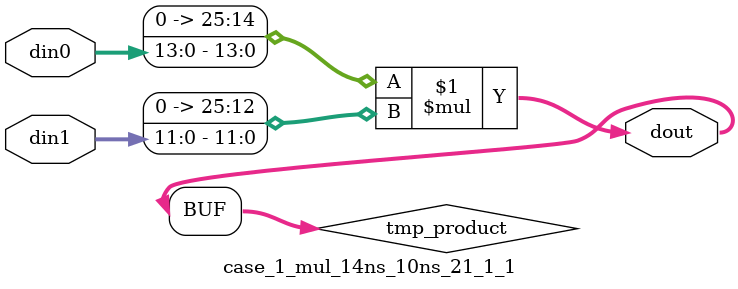
<source format=v>

`timescale 1 ns / 1 ps

 (* use_dsp = "no" *)  module case_1_mul_14ns_10ns_21_1_1(din0, din1, dout);
parameter ID = 1;
parameter NUM_STAGE = 0;
parameter din0_WIDTH = 14;
parameter din1_WIDTH = 12;
parameter dout_WIDTH = 26;

input [din0_WIDTH - 1 : 0] din0; 
input [din1_WIDTH - 1 : 0] din1; 
output [dout_WIDTH - 1 : 0] dout;

wire signed [dout_WIDTH - 1 : 0] tmp_product;
























assign tmp_product = $signed({1'b0, din0}) * $signed({1'b0, din1});











assign dout = tmp_product;





















endmodule

</source>
